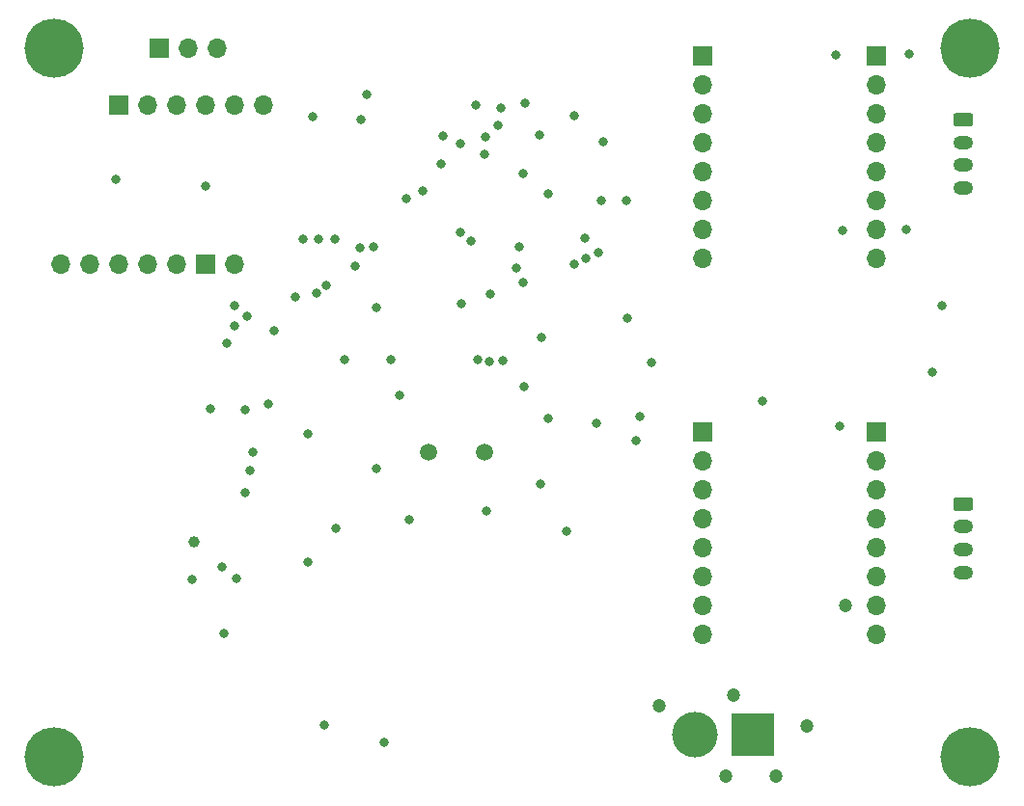
<source format=gbr>
%TF.GenerationSoftware,KiCad,Pcbnew,(5.1.9)-1*%
%TF.CreationDate,2021-05-11T17:21:45+03:00*%
%TF.ProjectId,robotti,726f626f-7474-4692-9e6b-696361645f70,rev?*%
%TF.SameCoordinates,Original*%
%TF.FileFunction,Soldermask,Bot*%
%TF.FilePolarity,Negative*%
%FSLAX46Y46*%
G04 Gerber Fmt 4.6, Leading zero omitted, Abs format (unit mm)*
G04 Created by KiCad (PCBNEW (5.1.9)-1) date 2021-05-11 17:21:45*
%MOMM*%
%LPD*%
G01*
G04 APERTURE LIST*
%ADD10C,5.200000*%
%ADD11O,1.700000X1.700000*%
%ADD12R,1.700000X1.700000*%
%ADD13C,1.500000*%
%ADD14O,1.750000X1.200000*%
%ADD15C,4.000000*%
%ADD16R,3.800000X3.800000*%
%ADD17C,1.200000*%
%ADD18C,0.800000*%
%ADD19C,1.000000*%
G04 APERTURE END LIST*
D10*
%TO.C,REF\u002A\u002A*%
X94234000Y-111125000D03*
%TD*%
%TO.C,REF\u002A\u002A*%
X174625000Y-111125000D03*
%TD*%
%TO.C,REF\u002A\u002A*%
X174625000Y-48895000D03*
%TD*%
%TO.C,REF\u002A\u002A*%
X94234000Y-48895000D03*
%TD*%
D11*
%TO.C,U1*%
X110109000Y-67818000D03*
D12*
X107569000Y-67818000D03*
D11*
X105029000Y-67818000D03*
X102489000Y-67818000D03*
X99949000Y-67818000D03*
X97409000Y-67818000D03*
X94869000Y-67818000D03*
%TD*%
D13*
%TO.C,Y1*%
X132007000Y-84328000D03*
X127127000Y-84328000D03*
%TD*%
D11*
%TO.C,JP2*%
X166370000Y-100330000D03*
X166370000Y-97790000D03*
X166370000Y-95250000D03*
X166370000Y-92710000D03*
X166370000Y-90170000D03*
X166370000Y-87630000D03*
X166370000Y-85090000D03*
D12*
X166370000Y-82550000D03*
X166370000Y-82550000D03*
D11*
X166370000Y-85090000D03*
X166370000Y-87630000D03*
X166370000Y-90170000D03*
X166370000Y-92710000D03*
X166370000Y-95250000D03*
X166370000Y-97790000D03*
X166370000Y-100330000D03*
X151130000Y-100330000D03*
X151130000Y-97790000D03*
X151130000Y-95250000D03*
X151130000Y-92710000D03*
X151130000Y-90170000D03*
X151130000Y-87630000D03*
X151130000Y-85090000D03*
D12*
X151130000Y-82550000D03*
X151130000Y-82550000D03*
D11*
X151130000Y-85090000D03*
X151130000Y-87630000D03*
X151130000Y-90170000D03*
X151130000Y-92710000D03*
X151130000Y-95250000D03*
X151130000Y-97790000D03*
X151130000Y-100330000D03*
%TD*%
%TO.C,JP1*%
X166370000Y-67310000D03*
X166370000Y-64770000D03*
X166370000Y-62230000D03*
X166370000Y-59690000D03*
X166370000Y-57150000D03*
X166370000Y-54610000D03*
X166370000Y-52070000D03*
D12*
X166370000Y-49530000D03*
X166370000Y-49530000D03*
D11*
X166370000Y-52070000D03*
X166370000Y-54610000D03*
X166370000Y-57150000D03*
X166370000Y-59690000D03*
X166370000Y-62230000D03*
X166370000Y-64770000D03*
X166370000Y-67310000D03*
X151130000Y-67310000D03*
X151130000Y-64770000D03*
X151130000Y-62230000D03*
X151130000Y-59690000D03*
X151130000Y-57150000D03*
X151130000Y-54610000D03*
X151130000Y-52070000D03*
D12*
X151130000Y-49530000D03*
X151130000Y-49530000D03*
D11*
X151130000Y-52070000D03*
X151130000Y-54610000D03*
X151130000Y-57150000D03*
X151130000Y-59690000D03*
X151130000Y-62230000D03*
X151130000Y-64770000D03*
X151130000Y-67310000D03*
%TD*%
D14*
%TO.C,J7*%
X173990000Y-94900000D03*
X173990000Y-92900000D03*
X173990000Y-90900000D03*
G36*
G01*
X173364999Y-88300000D02*
X174615001Y-88300000D01*
G75*
G02*
X174865000Y-88549999I0J-249999D01*
G01*
X174865000Y-89250001D01*
G75*
G02*
X174615001Y-89500000I-249999J0D01*
G01*
X173364999Y-89500000D01*
G75*
G02*
X173115000Y-89250001I0J249999D01*
G01*
X173115000Y-88549999D01*
G75*
G02*
X173364999Y-88300000I249999J0D01*
G01*
G37*
%TD*%
%TO.C,J6*%
X173990000Y-61150000D03*
X173990000Y-59150000D03*
X173990000Y-57150000D03*
G36*
G01*
X173364999Y-54550000D02*
X174615001Y-54550000D01*
G75*
G02*
X174865000Y-54799999I0J-249999D01*
G01*
X174865000Y-55500001D01*
G75*
G02*
X174615001Y-55750000I-249999J0D01*
G01*
X173364999Y-55750000D01*
G75*
G02*
X173115000Y-55500001I0J249999D01*
G01*
X173115000Y-54799999D01*
G75*
G02*
X173364999Y-54550000I249999J0D01*
G01*
G37*
%TD*%
D11*
%TO.C,J5*%
X108585000Y-48895000D03*
X106045000Y-48895000D03*
D12*
X103505000Y-48895000D03*
%TD*%
D11*
%TO.C,J4*%
X112649000Y-53848000D03*
X110109000Y-53848000D03*
X107569000Y-53848000D03*
X105029000Y-53848000D03*
X102489000Y-53848000D03*
D12*
X99949000Y-53848000D03*
%TD*%
D15*
%TO.C,J3*%
X150495000Y-109156500D03*
D16*
X155495000Y-109156500D03*
%TD*%
D17*
X163636960Y-97810320D03*
X147320000Y-106603800D03*
D18*
X107569000Y-60960000D03*
X125158500Y-62039500D03*
X122491500Y-85788500D03*
X125412500Y-90297000D03*
X132130800Y-89509600D03*
X109118400Y-100228400D03*
X110998000Y-87884000D03*
X116535200Y-82727800D03*
X144475200Y-62280800D03*
X137033000Y-74295000D03*
X141859000Y-81788000D03*
X137604500Y-81343500D03*
X135026400Y-66344800D03*
X171259500Y-77343000D03*
X172110400Y-71450200D03*
D17*
X153822400Y-105664000D03*
X160286700Y-108356400D03*
X157543500Y-112826800D03*
X153187400Y-112776000D03*
D18*
X163131500Y-82042000D03*
X163385500Y-64833500D03*
X169037000Y-64770000D03*
X169227500Y-49403000D03*
X162814000Y-49466500D03*
X129946400Y-71323200D03*
X99631500Y-60388500D03*
X119684800Y-76200000D03*
X128206500Y-58991500D03*
X142240000Y-62230000D03*
X146608800Y-76454000D03*
X115379500Y-70675500D03*
X109423200Y-74777600D03*
X135445500Y-78613000D03*
X116890800Y-54914800D03*
X142392400Y-57048400D03*
X131216400Y-53898800D03*
X139903200Y-54762400D03*
X113538000Y-73710800D03*
X122491500Y-71628000D03*
X136906000Y-87122000D03*
X139192000Y-91249500D03*
X117919500Y-108331000D03*
X123190000Y-109855000D03*
X116484400Y-94030800D03*
X118935500Y-91059000D03*
X106375200Y-95504000D03*
X145288000Y-83312000D03*
X124523500Y-79375000D03*
D19*
X106476800Y-92252800D03*
D18*
X144526000Y-72542400D03*
X126593600Y-61366400D03*
X137604500Y-61658500D03*
X123825000Y-76200000D03*
X156400500Y-79883000D03*
X113030000Y-80073500D03*
X131381500Y-76236990D03*
X118872000Y-65659000D03*
X110083600Y-73253600D03*
X117475000Y-65659000D03*
X111150400Y-72364600D03*
X116078000Y-65659000D03*
X110083600Y-71475600D03*
X121666000Y-52959000D03*
X140766800Y-65532000D03*
X121158000Y-55118000D03*
X122237500Y-66294000D03*
X121094500Y-66357500D03*
X128320800Y-56591200D03*
X133604000Y-76263500D03*
X111442500Y-85979000D03*
X111696500Y-84328000D03*
X132424590Y-76417590D03*
X132524500Y-70421500D03*
X145592800Y-81229200D03*
X129857500Y-65024000D03*
X139830221Y-67793490D03*
X140906500Y-67310000D03*
X130810000Y-65786000D03*
X134810500Y-68199000D03*
X135382000Y-69469000D03*
X132105400Y-56667400D03*
X133400800Y-54140100D03*
X135536090Y-53684590D03*
X132030310Y-58202990D03*
X117284500Y-70370700D03*
X107950000Y-80518000D03*
X118135400Y-69684900D03*
X108966000Y-94437200D03*
X110998000Y-80581500D03*
X135382000Y-59893200D03*
X136842500Y-56515000D03*
X129921000Y-57213500D03*
X133184900Y-55651400D03*
X141986000Y-66802000D03*
X110236000Y-95402400D03*
X120650000Y-68008500D03*
M02*

</source>
